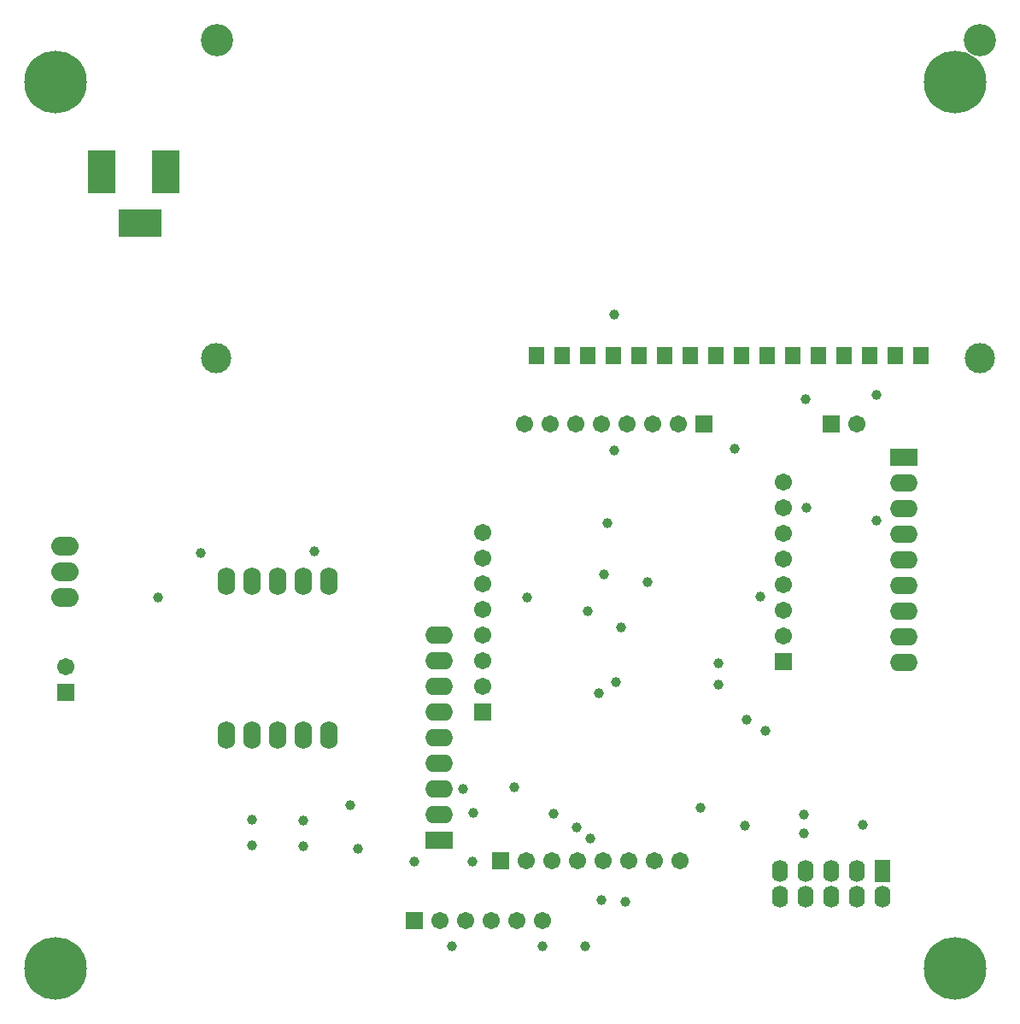
<source format=gbs>
G04 Layer_Color=16711935*
%FSLAX24Y24*%
%MOIN*%
G70*
G01*
G75*
%ADD26C,0.1181*%
%ADD54R,0.1080X0.1680*%
%ADD55R,0.1680X0.1080*%
%ADD56C,0.1261*%
%ADD57R,0.0592X0.0710*%
%ADD58O,0.0680X0.1080*%
%ADD59C,0.0671*%
%ADD60R,0.0671X0.0671*%
%ADD61R,0.0631X0.0867*%
%ADD62O,0.0631X0.0867*%
%ADD63R,0.0671X0.0671*%
%ADD64O,0.1080X0.0680*%
%ADD65R,0.1080X0.0680*%
%ADD66C,0.0474*%
%ADD67C,0.2442*%
%ADD68O,0.1064X0.0749*%
%ADD69C,0.0395*%
D26*
X17810Y37800D02*
D03*
X47600D02*
D03*
D54*
X15850Y45050D02*
D03*
X13350D02*
D03*
D55*
X14850Y43050D02*
D03*
D56*
X17850Y50200D02*
D03*
X47600D02*
D03*
D57*
X30300Y37900D02*
D03*
X31300D02*
D03*
X32300D02*
D03*
X33300D02*
D03*
X34300D02*
D03*
X35300D02*
D03*
X36300D02*
D03*
X37300D02*
D03*
X38300D02*
D03*
X39300D02*
D03*
X40300D02*
D03*
X41300D02*
D03*
X42300D02*
D03*
X43300D02*
D03*
X44300D02*
D03*
X45300D02*
D03*
D58*
X20200Y23100D02*
D03*
X21200D02*
D03*
X19200D02*
D03*
X18200D02*
D03*
X21200Y29100D02*
D03*
X18200D02*
D03*
X19200D02*
D03*
X20200D02*
D03*
X22200D02*
D03*
Y23100D02*
D03*
D59*
X30550Y15850D02*
D03*
X29550D02*
D03*
X28550D02*
D03*
X27550D02*
D03*
X26550D02*
D03*
X39950Y26950D02*
D03*
Y27950D02*
D03*
Y28950D02*
D03*
Y29950D02*
D03*
Y30950D02*
D03*
Y31950D02*
D03*
Y32950D02*
D03*
X11950Y25775D02*
D03*
X35850Y35240D02*
D03*
X34850D02*
D03*
X33850D02*
D03*
X32850D02*
D03*
X31850D02*
D03*
X30850D02*
D03*
X29850D02*
D03*
X28200Y25000D02*
D03*
Y26000D02*
D03*
Y27000D02*
D03*
Y28000D02*
D03*
Y29000D02*
D03*
Y30000D02*
D03*
Y31000D02*
D03*
X29900Y18200D02*
D03*
X30900D02*
D03*
X31900D02*
D03*
X32900D02*
D03*
X33900D02*
D03*
X34900D02*
D03*
X35900D02*
D03*
X42800Y35240D02*
D03*
D60*
X25550Y15850D02*
D03*
X36850Y35240D02*
D03*
X28900Y18200D02*
D03*
X41800Y35240D02*
D03*
D61*
X43800Y17800D02*
D03*
D62*
Y16800D02*
D03*
X42800Y17800D02*
D03*
Y16800D02*
D03*
X40800D02*
D03*
Y17800D02*
D03*
X41800Y16800D02*
D03*
Y17800D02*
D03*
X39800D02*
D03*
Y16800D02*
D03*
D63*
X39950Y25950D02*
D03*
X11950Y24775D02*
D03*
X28200Y24000D02*
D03*
D64*
X44650Y25940D02*
D03*
Y27940D02*
D03*
Y29940D02*
D03*
Y32940D02*
D03*
Y31940D02*
D03*
Y30940D02*
D03*
Y28940D02*
D03*
Y26940D02*
D03*
X26500Y27000D02*
D03*
Y25000D02*
D03*
Y23000D02*
D03*
Y20000D02*
D03*
Y21000D02*
D03*
Y22000D02*
D03*
Y24000D02*
D03*
Y26000D02*
D03*
D65*
X44650Y33940D02*
D03*
X26500Y19000D02*
D03*
D66*
X47330Y14690D02*
D03*
X45960Y14680D02*
D03*
X47320Y13320D02*
D03*
X46650Y13050D02*
D03*
Y14950D02*
D03*
X47600Y14000D02*
D03*
X45700D02*
D03*
X45970Y13320D02*
D03*
X47330Y49240D02*
D03*
X45960Y49230D02*
D03*
X47320Y47870D02*
D03*
X46650Y47600D02*
D03*
Y49500D02*
D03*
X47600Y48550D02*
D03*
X45700D02*
D03*
X45970Y47870D02*
D03*
X12230Y49240D02*
D03*
X10860Y49230D02*
D03*
X12220Y47870D02*
D03*
X11550Y47600D02*
D03*
Y49500D02*
D03*
X12500Y48550D02*
D03*
X10600D02*
D03*
X10870Y47870D02*
D03*
X12230Y14690D02*
D03*
X10860Y14680D02*
D03*
X12220Y13320D02*
D03*
X11550Y13050D02*
D03*
Y14950D02*
D03*
X12500Y14000D02*
D03*
X10600D02*
D03*
X10870Y13320D02*
D03*
D67*
X46650Y14000D02*
D03*
Y48550D02*
D03*
X11550D02*
D03*
Y14000D02*
D03*
D68*
X11900Y30465D02*
D03*
Y29465D02*
D03*
Y28465D02*
D03*
D69*
X40750Y20000D02*
D03*
X38050Y34250D02*
D03*
X39050Y28488D02*
D03*
X21200Y19750D02*
D03*
X23050Y20350D02*
D03*
X21200Y18750D02*
D03*
X43050Y19600D02*
D03*
X38450Y19550D02*
D03*
X31890Y19500D02*
D03*
X32400Y19050D02*
D03*
X33400Y25150D02*
D03*
X37420Y25050D02*
D03*
X33790Y16600D02*
D03*
X32200Y14850D02*
D03*
X17200Y30192D02*
D03*
X21650Y30250D02*
D03*
X15550Y28465D02*
D03*
X38500Y23700D02*
D03*
X37420Y25900D02*
D03*
X33085Y31350D02*
D03*
X39250Y23250D02*
D03*
X32760Y24744D02*
D03*
X36723Y20250D02*
D03*
X40750Y19250D02*
D03*
X43571Y36350D02*
D03*
X40800Y36200D02*
D03*
X43571Y31450D02*
D03*
X40850Y31950D02*
D03*
X32850Y16650D02*
D03*
X33350Y39500D02*
D03*
X32950Y29350D02*
D03*
X34650Y29050D02*
D03*
X33600Y27305D02*
D03*
X32300Y27935D02*
D03*
X33350Y34200D02*
D03*
X29950Y28465D02*
D03*
X27800Y18150D02*
D03*
X25550D02*
D03*
X29450Y21050D02*
D03*
X27850Y20050D02*
D03*
X30980Y20020D02*
D03*
X27445Y21000D02*
D03*
X23360Y18650D02*
D03*
X19226Y18800D02*
D03*
X19200Y19800D02*
D03*
X30550Y14850D02*
D03*
X27000D02*
D03*
M02*

</source>
